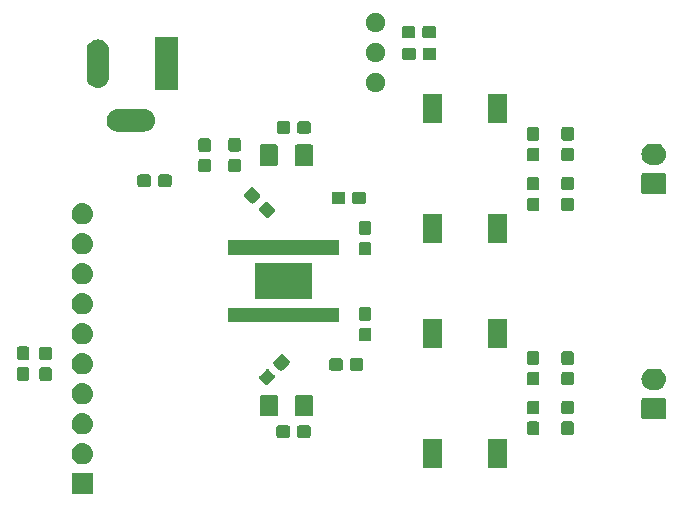
<source format=gbr>
G04 #@! TF.GenerationSoftware,KiCad,Pcbnew,(5.1.4)-1*
G04 #@! TF.CreationDate,2020-10-30T07:47:57-05:00*
G04 #@! TF.ProjectId,TAS5806M_Breakout_Hardware,54415335-3830-4364-9d5f-427265616b6f,rev?*
G04 #@! TF.SameCoordinates,Original*
G04 #@! TF.FileFunction,Soldermask,Top*
G04 #@! TF.FilePolarity,Negative*
%FSLAX46Y46*%
G04 Gerber Fmt 4.6, Leading zero omitted, Abs format (unit mm)*
G04 Created by KiCad (PCBNEW (5.1.4)-1) date 2020-10-30 07:47:57*
%MOMM*%
%LPD*%
G04 APERTURE LIST*
%ADD10C,0.100000*%
G04 APERTURE END LIST*
D10*
G36*
X138061000Y-116471000D02*
G01*
X136259000Y-116471000D01*
X136259000Y-114669000D01*
X138061000Y-114669000D01*
X138061000Y-116471000D01*
X138061000Y-116471000D01*
G37*
G36*
X173096000Y-114281000D02*
G01*
X171494000Y-114281000D01*
X171494000Y-111779000D01*
X173096000Y-111779000D01*
X173096000Y-114281000D01*
X173096000Y-114281000D01*
G37*
G36*
X167596000Y-114281000D02*
G01*
X165994000Y-114281000D01*
X165994000Y-111779000D01*
X167596000Y-111779000D01*
X167596000Y-114281000D01*
X167596000Y-114281000D01*
G37*
G36*
X137270443Y-112135519D02*
G01*
X137336627Y-112142037D01*
X137506466Y-112193557D01*
X137662991Y-112277222D01*
X137698729Y-112306552D01*
X137800186Y-112389814D01*
X137883448Y-112491271D01*
X137912778Y-112527009D01*
X137996443Y-112683534D01*
X138047963Y-112853373D01*
X138065359Y-113030000D01*
X138047963Y-113206627D01*
X137996443Y-113376466D01*
X137912778Y-113532991D01*
X137883448Y-113568729D01*
X137800186Y-113670186D01*
X137698729Y-113753448D01*
X137662991Y-113782778D01*
X137506466Y-113866443D01*
X137336627Y-113917963D01*
X137270443Y-113924481D01*
X137204260Y-113931000D01*
X137115740Y-113931000D01*
X137049557Y-113924481D01*
X136983373Y-113917963D01*
X136813534Y-113866443D01*
X136657009Y-113782778D01*
X136621271Y-113753448D01*
X136519814Y-113670186D01*
X136436552Y-113568729D01*
X136407222Y-113532991D01*
X136323557Y-113376466D01*
X136272037Y-113206627D01*
X136254641Y-113030000D01*
X136272037Y-112853373D01*
X136323557Y-112683534D01*
X136407222Y-112527009D01*
X136436552Y-112491271D01*
X136519814Y-112389814D01*
X136621271Y-112306552D01*
X136657009Y-112277222D01*
X136813534Y-112193557D01*
X136983373Y-112142037D01*
X137049557Y-112135519D01*
X137115740Y-112129000D01*
X137204260Y-112129000D01*
X137270443Y-112135519D01*
X137270443Y-112135519D01*
G37*
G36*
X154582399Y-110641545D02*
G01*
X154619895Y-110652920D01*
X154654454Y-110671392D01*
X154684747Y-110696253D01*
X154709608Y-110726546D01*
X154728080Y-110761105D01*
X154739455Y-110798601D01*
X154743900Y-110843738D01*
X154743900Y-111482462D01*
X154739455Y-111527599D01*
X154728080Y-111565095D01*
X154709608Y-111599654D01*
X154684747Y-111629947D01*
X154654454Y-111654808D01*
X154619895Y-111673280D01*
X154582399Y-111684655D01*
X154537262Y-111689100D01*
X153798538Y-111689100D01*
X153753401Y-111684655D01*
X153715905Y-111673280D01*
X153681346Y-111654808D01*
X153651053Y-111629947D01*
X153626192Y-111599654D01*
X153607720Y-111565095D01*
X153596345Y-111527599D01*
X153591900Y-111482462D01*
X153591900Y-110843738D01*
X153596345Y-110798601D01*
X153607720Y-110761105D01*
X153626192Y-110726546D01*
X153651053Y-110696253D01*
X153681346Y-110671392D01*
X153715905Y-110652920D01*
X153753401Y-110641545D01*
X153798538Y-110637100D01*
X154537262Y-110637100D01*
X154582399Y-110641545D01*
X154582399Y-110641545D01*
G37*
G36*
X156332399Y-110641545D02*
G01*
X156369895Y-110652920D01*
X156404454Y-110671392D01*
X156434747Y-110696253D01*
X156459608Y-110726546D01*
X156478080Y-110761105D01*
X156489455Y-110798601D01*
X156493900Y-110843738D01*
X156493900Y-111482462D01*
X156489455Y-111527599D01*
X156478080Y-111565095D01*
X156459608Y-111599654D01*
X156434747Y-111629947D01*
X156404454Y-111654808D01*
X156369895Y-111673280D01*
X156332399Y-111684655D01*
X156287262Y-111689100D01*
X155548538Y-111689100D01*
X155503401Y-111684655D01*
X155465905Y-111673280D01*
X155431346Y-111654808D01*
X155401053Y-111629947D01*
X155376192Y-111599654D01*
X155357720Y-111565095D01*
X155346345Y-111527599D01*
X155341900Y-111482462D01*
X155341900Y-110843738D01*
X155346345Y-110798601D01*
X155357720Y-110761105D01*
X155376192Y-110726546D01*
X155401053Y-110696253D01*
X155431346Y-110671392D01*
X155465905Y-110652920D01*
X155503401Y-110641545D01*
X155548538Y-110637100D01*
X156287262Y-110637100D01*
X156332399Y-110641545D01*
X156332399Y-110641545D01*
G37*
G36*
X175687999Y-110299445D02*
G01*
X175725495Y-110310820D01*
X175760054Y-110329292D01*
X175790347Y-110354153D01*
X175815208Y-110384446D01*
X175833680Y-110419005D01*
X175845055Y-110456501D01*
X175849500Y-110501638D01*
X175849500Y-111240362D01*
X175845055Y-111285499D01*
X175833680Y-111322995D01*
X175815208Y-111357554D01*
X175790347Y-111387847D01*
X175760054Y-111412708D01*
X175725495Y-111431180D01*
X175687999Y-111442555D01*
X175642862Y-111447000D01*
X175004138Y-111447000D01*
X174959001Y-111442555D01*
X174921505Y-111431180D01*
X174886946Y-111412708D01*
X174856653Y-111387847D01*
X174831792Y-111357554D01*
X174813320Y-111322995D01*
X174801945Y-111285499D01*
X174797500Y-111240362D01*
X174797500Y-110501638D01*
X174801945Y-110456501D01*
X174813320Y-110419005D01*
X174831792Y-110384446D01*
X174856653Y-110354153D01*
X174886946Y-110329292D01*
X174921505Y-110310820D01*
X174959001Y-110299445D01*
X175004138Y-110295000D01*
X175642862Y-110295000D01*
X175687999Y-110299445D01*
X175687999Y-110299445D01*
G37*
G36*
X178608999Y-110299445D02*
G01*
X178646495Y-110310820D01*
X178681054Y-110329292D01*
X178711347Y-110354153D01*
X178736208Y-110384446D01*
X178754680Y-110419005D01*
X178766055Y-110456501D01*
X178770500Y-110501638D01*
X178770500Y-111240362D01*
X178766055Y-111285499D01*
X178754680Y-111322995D01*
X178736208Y-111357554D01*
X178711347Y-111387847D01*
X178681054Y-111412708D01*
X178646495Y-111431180D01*
X178608999Y-111442555D01*
X178563862Y-111447000D01*
X177925138Y-111447000D01*
X177880001Y-111442555D01*
X177842505Y-111431180D01*
X177807946Y-111412708D01*
X177777653Y-111387847D01*
X177752792Y-111357554D01*
X177734320Y-111322995D01*
X177722945Y-111285499D01*
X177718500Y-111240362D01*
X177718500Y-110501638D01*
X177722945Y-110456501D01*
X177734320Y-110419005D01*
X177752792Y-110384446D01*
X177777653Y-110354153D01*
X177807946Y-110329292D01*
X177842505Y-110310820D01*
X177880001Y-110299445D01*
X177925138Y-110295000D01*
X178563862Y-110295000D01*
X178608999Y-110299445D01*
X178608999Y-110299445D01*
G37*
G36*
X137270442Y-109595518D02*
G01*
X137336627Y-109602037D01*
X137506466Y-109653557D01*
X137662991Y-109737222D01*
X137691037Y-109760239D01*
X137800186Y-109849814D01*
X137847690Y-109907699D01*
X137912778Y-109987009D01*
X137912779Y-109987011D01*
X137981677Y-110115908D01*
X137996443Y-110143534D01*
X138047963Y-110313373D01*
X138065359Y-110490000D01*
X138047963Y-110666627D01*
X137996443Y-110836466D01*
X137912778Y-110992991D01*
X137883448Y-111028729D01*
X137800186Y-111130186D01*
X137734612Y-111184000D01*
X137662991Y-111242778D01*
X137506466Y-111326443D01*
X137336627Y-111377963D01*
X137270443Y-111384481D01*
X137204260Y-111391000D01*
X137115740Y-111391000D01*
X137049557Y-111384481D01*
X136983373Y-111377963D01*
X136813534Y-111326443D01*
X136657009Y-111242778D01*
X136585388Y-111184000D01*
X136519814Y-111130186D01*
X136436552Y-111028729D01*
X136407222Y-110992991D01*
X136323557Y-110836466D01*
X136272037Y-110666627D01*
X136254641Y-110490000D01*
X136272037Y-110313373D01*
X136323557Y-110143534D01*
X136338324Y-110115908D01*
X136407221Y-109987011D01*
X136407222Y-109987009D01*
X136472310Y-109907699D01*
X136519814Y-109849814D01*
X136628963Y-109760239D01*
X136657009Y-109737222D01*
X136813534Y-109653557D01*
X136983373Y-109602037D01*
X137049558Y-109595518D01*
X137115740Y-109589000D01*
X137204260Y-109589000D01*
X137270442Y-109595518D01*
X137270442Y-109595518D01*
G37*
G36*
X186455600Y-108322989D02*
G01*
X186488652Y-108333015D01*
X186519103Y-108349292D01*
X186545799Y-108371201D01*
X186567708Y-108397897D01*
X186583985Y-108428348D01*
X186594011Y-108461400D01*
X186598000Y-108501903D01*
X186598000Y-109938097D01*
X186594011Y-109978600D01*
X186583985Y-110011652D01*
X186567708Y-110042103D01*
X186545799Y-110068799D01*
X186519103Y-110090708D01*
X186488652Y-110106985D01*
X186455600Y-110117011D01*
X186415097Y-110121000D01*
X184678903Y-110121000D01*
X184638400Y-110117011D01*
X184605348Y-110106985D01*
X184574897Y-110090708D01*
X184548201Y-110068799D01*
X184526292Y-110042103D01*
X184510015Y-110011652D01*
X184499989Y-109978600D01*
X184496000Y-109938097D01*
X184496000Y-108501903D01*
X184499989Y-108461400D01*
X184510015Y-108428348D01*
X184526292Y-108397897D01*
X184548201Y-108371201D01*
X184574897Y-108349292D01*
X184605348Y-108333015D01*
X184638400Y-108322989D01*
X184678903Y-108319000D01*
X186415097Y-108319000D01*
X186455600Y-108322989D01*
X186455600Y-108322989D01*
G37*
G36*
X153568662Y-108031481D02*
G01*
X153603581Y-108042074D01*
X153635763Y-108059276D01*
X153663973Y-108082427D01*
X153687124Y-108110637D01*
X153704326Y-108142819D01*
X153714919Y-108177738D01*
X153719100Y-108220195D01*
X153719100Y-109686405D01*
X153714919Y-109728862D01*
X153704326Y-109763781D01*
X153687124Y-109795963D01*
X153663973Y-109824173D01*
X153635763Y-109847324D01*
X153603581Y-109864526D01*
X153568662Y-109875119D01*
X153526205Y-109879300D01*
X152384995Y-109879300D01*
X152342538Y-109875119D01*
X152307619Y-109864526D01*
X152275437Y-109847324D01*
X152247227Y-109824173D01*
X152224076Y-109795963D01*
X152206874Y-109763781D01*
X152196281Y-109728862D01*
X152192100Y-109686405D01*
X152192100Y-108220195D01*
X152196281Y-108177738D01*
X152206874Y-108142819D01*
X152224076Y-108110637D01*
X152247227Y-108082427D01*
X152275437Y-108059276D01*
X152307619Y-108042074D01*
X152342538Y-108031481D01*
X152384995Y-108027300D01*
X153526205Y-108027300D01*
X153568662Y-108031481D01*
X153568662Y-108031481D01*
G37*
G36*
X156543662Y-108031481D02*
G01*
X156578581Y-108042074D01*
X156610763Y-108059276D01*
X156638973Y-108082427D01*
X156662124Y-108110637D01*
X156679326Y-108142819D01*
X156689919Y-108177738D01*
X156694100Y-108220195D01*
X156694100Y-109686405D01*
X156689919Y-109728862D01*
X156679326Y-109763781D01*
X156662124Y-109795963D01*
X156638973Y-109824173D01*
X156610763Y-109847324D01*
X156578581Y-109864526D01*
X156543662Y-109875119D01*
X156501205Y-109879300D01*
X155359995Y-109879300D01*
X155317538Y-109875119D01*
X155282619Y-109864526D01*
X155250437Y-109847324D01*
X155222227Y-109824173D01*
X155199076Y-109795963D01*
X155181874Y-109763781D01*
X155171281Y-109728862D01*
X155167100Y-109686405D01*
X155167100Y-108220195D01*
X155171281Y-108177738D01*
X155181874Y-108142819D01*
X155199076Y-108110637D01*
X155222227Y-108082427D01*
X155250437Y-108059276D01*
X155282619Y-108042074D01*
X155317538Y-108031481D01*
X155359995Y-108027300D01*
X156501205Y-108027300D01*
X156543662Y-108031481D01*
X156543662Y-108031481D01*
G37*
G36*
X175687999Y-108549445D02*
G01*
X175725495Y-108560820D01*
X175760054Y-108579292D01*
X175790347Y-108604153D01*
X175815208Y-108634446D01*
X175833680Y-108669005D01*
X175845055Y-108706501D01*
X175849500Y-108751638D01*
X175849500Y-109490362D01*
X175845055Y-109535499D01*
X175833680Y-109572995D01*
X175815208Y-109607554D01*
X175790347Y-109637847D01*
X175760054Y-109662708D01*
X175725495Y-109681180D01*
X175687999Y-109692555D01*
X175642862Y-109697000D01*
X175004138Y-109697000D01*
X174959001Y-109692555D01*
X174921505Y-109681180D01*
X174886946Y-109662708D01*
X174856653Y-109637847D01*
X174831792Y-109607554D01*
X174813320Y-109572995D01*
X174801945Y-109535499D01*
X174797500Y-109490362D01*
X174797500Y-108751638D01*
X174801945Y-108706501D01*
X174813320Y-108669005D01*
X174831792Y-108634446D01*
X174856653Y-108604153D01*
X174886946Y-108579292D01*
X174921505Y-108560820D01*
X174959001Y-108549445D01*
X175004138Y-108545000D01*
X175642862Y-108545000D01*
X175687999Y-108549445D01*
X175687999Y-108549445D01*
G37*
G36*
X178608999Y-108549445D02*
G01*
X178646495Y-108560820D01*
X178681054Y-108579292D01*
X178711347Y-108604153D01*
X178736208Y-108634446D01*
X178754680Y-108669005D01*
X178766055Y-108706501D01*
X178770500Y-108751638D01*
X178770500Y-109490362D01*
X178766055Y-109535499D01*
X178754680Y-109572995D01*
X178736208Y-109607554D01*
X178711347Y-109637847D01*
X178681054Y-109662708D01*
X178646495Y-109681180D01*
X178608999Y-109692555D01*
X178563862Y-109697000D01*
X177925138Y-109697000D01*
X177880001Y-109692555D01*
X177842505Y-109681180D01*
X177807946Y-109662708D01*
X177777653Y-109637847D01*
X177752792Y-109607554D01*
X177734320Y-109572995D01*
X177722945Y-109535499D01*
X177718500Y-109490362D01*
X177718500Y-108751638D01*
X177722945Y-108706501D01*
X177734320Y-108669005D01*
X177752792Y-108634446D01*
X177777653Y-108604153D01*
X177807946Y-108579292D01*
X177842505Y-108560820D01*
X177880001Y-108549445D01*
X177925138Y-108545000D01*
X178563862Y-108545000D01*
X178608999Y-108549445D01*
X178608999Y-108549445D01*
G37*
G36*
X137270442Y-107055518D02*
G01*
X137336627Y-107062037D01*
X137506466Y-107113557D01*
X137662991Y-107197222D01*
X137674920Y-107207012D01*
X137800186Y-107309814D01*
X137883448Y-107411271D01*
X137912778Y-107447009D01*
X137996443Y-107603534D01*
X138047963Y-107773373D01*
X138065359Y-107950000D01*
X138047963Y-108126627D01*
X137996443Y-108296466D01*
X137996442Y-108296468D01*
X137976907Y-108333015D01*
X137912778Y-108452991D01*
X137888487Y-108482589D01*
X137800186Y-108590186D01*
X137712819Y-108661885D01*
X137662991Y-108702778D01*
X137506466Y-108786443D01*
X137336627Y-108837963D01*
X137270442Y-108844482D01*
X137204260Y-108851000D01*
X137115740Y-108851000D01*
X137049558Y-108844482D01*
X136983373Y-108837963D01*
X136813534Y-108786443D01*
X136657009Y-108702778D01*
X136607181Y-108661885D01*
X136519814Y-108590186D01*
X136431513Y-108482589D01*
X136407222Y-108452991D01*
X136343093Y-108333015D01*
X136323558Y-108296468D01*
X136323557Y-108296466D01*
X136272037Y-108126627D01*
X136254641Y-107950000D01*
X136272037Y-107773373D01*
X136323557Y-107603534D01*
X136407222Y-107447009D01*
X136436552Y-107411271D01*
X136519814Y-107309814D01*
X136645080Y-107207012D01*
X136657009Y-107197222D01*
X136813534Y-107113557D01*
X136983373Y-107062037D01*
X137049558Y-107055518D01*
X137115740Y-107049000D01*
X137204260Y-107049000D01*
X137270442Y-107055518D01*
X137270442Y-107055518D01*
G37*
G36*
X185807443Y-105825519D02*
G01*
X185873627Y-105832037D01*
X186043466Y-105883557D01*
X186199991Y-105967222D01*
X186233905Y-105995055D01*
X186337186Y-106079814D01*
X186408762Y-106167031D01*
X186449778Y-106217009D01*
X186468670Y-106252354D01*
X186529951Y-106367000D01*
X186533443Y-106373534D01*
X186584963Y-106543373D01*
X186602359Y-106720000D01*
X186584963Y-106896627D01*
X186533443Y-107066466D01*
X186449778Y-107222991D01*
X186426835Y-107250947D01*
X186337186Y-107360186D01*
X186235729Y-107443448D01*
X186199991Y-107472778D01*
X186043466Y-107556443D01*
X185873627Y-107607963D01*
X185807443Y-107614481D01*
X185741260Y-107621000D01*
X185352740Y-107621000D01*
X185286557Y-107614481D01*
X185220373Y-107607963D01*
X185050534Y-107556443D01*
X184894009Y-107472778D01*
X184858271Y-107443448D01*
X184756814Y-107360186D01*
X184667165Y-107250947D01*
X184644222Y-107222991D01*
X184560557Y-107066466D01*
X184509037Y-106896627D01*
X184491641Y-106720000D01*
X184509037Y-106543373D01*
X184560557Y-106373534D01*
X184564050Y-106367000D01*
X184625330Y-106252354D01*
X184644222Y-106217009D01*
X184685238Y-106167031D01*
X184756814Y-106079814D01*
X184860095Y-105995055D01*
X184894009Y-105967222D01*
X185050534Y-105883557D01*
X185220373Y-105832037D01*
X185286557Y-105825519D01*
X185352740Y-105819000D01*
X185741260Y-105819000D01*
X185807443Y-105825519D01*
X185807443Y-105825519D01*
G37*
G36*
X178608999Y-106108445D02*
G01*
X178646495Y-106119820D01*
X178681054Y-106138292D01*
X178711347Y-106163153D01*
X178736208Y-106193446D01*
X178754680Y-106228005D01*
X178766055Y-106265501D01*
X178770500Y-106310638D01*
X178770500Y-107049362D01*
X178766055Y-107094499D01*
X178754680Y-107131995D01*
X178736208Y-107166554D01*
X178711347Y-107196847D01*
X178681054Y-107221708D01*
X178646495Y-107240180D01*
X178608999Y-107251555D01*
X178563862Y-107256000D01*
X177925138Y-107256000D01*
X177880001Y-107251555D01*
X177842505Y-107240180D01*
X177807946Y-107221708D01*
X177777653Y-107196847D01*
X177752792Y-107166554D01*
X177734320Y-107131995D01*
X177722945Y-107094499D01*
X177718500Y-107049362D01*
X177718500Y-106310638D01*
X177722945Y-106265501D01*
X177734320Y-106228005D01*
X177752792Y-106193446D01*
X177777653Y-106163153D01*
X177807946Y-106138292D01*
X177842505Y-106119820D01*
X177880001Y-106108445D01*
X177925138Y-106104000D01*
X178563862Y-106104000D01*
X178608999Y-106108445D01*
X178608999Y-106108445D01*
G37*
G36*
X175687999Y-106094445D02*
G01*
X175725495Y-106105820D01*
X175760054Y-106124292D01*
X175790347Y-106149153D01*
X175815208Y-106179446D01*
X175833680Y-106214005D01*
X175845055Y-106251501D01*
X175849500Y-106296638D01*
X175849500Y-107035362D01*
X175845055Y-107080499D01*
X175833680Y-107117995D01*
X175815208Y-107152554D01*
X175790347Y-107182847D01*
X175760054Y-107207708D01*
X175725495Y-107226180D01*
X175687999Y-107237555D01*
X175642862Y-107242000D01*
X175004138Y-107242000D01*
X174959001Y-107237555D01*
X174921505Y-107226180D01*
X174886946Y-107207708D01*
X174856653Y-107182847D01*
X174831792Y-107152554D01*
X174813320Y-107117995D01*
X174801945Y-107080499D01*
X174797500Y-107035362D01*
X174797500Y-106296638D01*
X174801945Y-106251501D01*
X174813320Y-106214005D01*
X174831792Y-106179446D01*
X174856653Y-106149153D01*
X174886946Y-106124292D01*
X174921505Y-106105820D01*
X174959001Y-106094445D01*
X175004138Y-106090000D01*
X175642862Y-106090000D01*
X175687999Y-106094445D01*
X175687999Y-106094445D01*
G37*
G36*
X152871636Y-105844981D02*
G01*
X152909132Y-105856356D01*
X152943691Y-105874828D01*
X152978755Y-105903604D01*
X153430396Y-106355245D01*
X153459172Y-106390309D01*
X153477644Y-106424868D01*
X153489019Y-106462364D01*
X153492859Y-106501363D01*
X153489019Y-106540362D01*
X153477644Y-106577858D01*
X153459172Y-106612417D01*
X153430396Y-106647481D01*
X152908045Y-107169832D01*
X152872981Y-107198608D01*
X152838422Y-107217080D01*
X152800926Y-107228455D01*
X152761927Y-107232295D01*
X152722928Y-107228455D01*
X152685432Y-107217080D01*
X152650873Y-107198608D01*
X152615809Y-107169832D01*
X152164168Y-106718191D01*
X152135392Y-106683127D01*
X152116920Y-106648568D01*
X152105545Y-106611072D01*
X152101705Y-106572073D01*
X152105545Y-106533074D01*
X152116920Y-106495578D01*
X152135392Y-106461019D01*
X152164168Y-106425955D01*
X152686519Y-105903604D01*
X152721583Y-105874828D01*
X152756142Y-105856356D01*
X152793638Y-105844981D01*
X152832637Y-105841141D01*
X152871636Y-105844981D01*
X152871636Y-105844981D01*
G37*
G36*
X134412999Y-105713445D02*
G01*
X134450495Y-105724820D01*
X134485054Y-105743292D01*
X134515347Y-105768153D01*
X134540208Y-105798446D01*
X134558680Y-105833005D01*
X134570055Y-105870501D01*
X134574500Y-105915638D01*
X134574500Y-106654362D01*
X134570055Y-106699499D01*
X134558680Y-106736995D01*
X134540208Y-106771554D01*
X134515347Y-106801847D01*
X134485054Y-106826708D01*
X134450495Y-106845180D01*
X134412999Y-106856555D01*
X134367862Y-106861000D01*
X133729138Y-106861000D01*
X133684001Y-106856555D01*
X133646505Y-106845180D01*
X133611946Y-106826708D01*
X133581653Y-106801847D01*
X133556792Y-106771554D01*
X133538320Y-106736995D01*
X133526945Y-106699499D01*
X133522500Y-106654362D01*
X133522500Y-105915638D01*
X133526945Y-105870501D01*
X133538320Y-105833005D01*
X133556792Y-105798446D01*
X133581653Y-105768153D01*
X133611946Y-105743292D01*
X133646505Y-105724820D01*
X133684001Y-105713445D01*
X133729138Y-105709000D01*
X134367862Y-105709000D01*
X134412999Y-105713445D01*
X134412999Y-105713445D01*
G37*
G36*
X132507999Y-105699445D02*
G01*
X132545495Y-105710820D01*
X132580054Y-105729292D01*
X132610347Y-105754153D01*
X132635208Y-105784446D01*
X132653680Y-105819005D01*
X132665055Y-105856501D01*
X132669500Y-105901638D01*
X132669500Y-106640362D01*
X132665055Y-106685499D01*
X132653680Y-106722995D01*
X132635208Y-106757554D01*
X132610347Y-106787847D01*
X132580054Y-106812708D01*
X132545495Y-106831180D01*
X132507999Y-106842555D01*
X132462862Y-106847000D01*
X131824138Y-106847000D01*
X131779001Y-106842555D01*
X131741505Y-106831180D01*
X131706946Y-106812708D01*
X131676653Y-106787847D01*
X131651792Y-106757554D01*
X131633320Y-106722995D01*
X131621945Y-106685499D01*
X131617500Y-106640362D01*
X131617500Y-105901638D01*
X131621945Y-105856501D01*
X131633320Y-105819005D01*
X131651792Y-105784446D01*
X131676653Y-105754153D01*
X131706946Y-105729292D01*
X131741505Y-105710820D01*
X131779001Y-105699445D01*
X131824138Y-105695000D01*
X132462862Y-105695000D01*
X132507999Y-105699445D01*
X132507999Y-105699445D01*
G37*
G36*
X137270265Y-104515501D02*
G01*
X137336627Y-104522037D01*
X137506466Y-104573557D01*
X137662991Y-104657222D01*
X137682595Y-104673311D01*
X137800186Y-104769814D01*
X137883448Y-104871271D01*
X137912778Y-104907009D01*
X137912779Y-104907011D01*
X137996002Y-105062708D01*
X137996443Y-105063534D01*
X138047963Y-105233373D01*
X138065359Y-105410000D01*
X138047963Y-105586627D01*
X137996443Y-105756466D01*
X137912778Y-105912991D01*
X137890327Y-105940347D01*
X137800186Y-106050186D01*
X137709886Y-106124292D01*
X137662991Y-106162778D01*
X137506466Y-106246443D01*
X137336627Y-106297963D01*
X137298775Y-106301691D01*
X137204260Y-106311000D01*
X137115740Y-106311000D01*
X137021225Y-106301691D01*
X136983373Y-106297963D01*
X136813534Y-106246443D01*
X136657009Y-106162778D01*
X136610114Y-106124292D01*
X136519814Y-106050186D01*
X136429673Y-105940347D01*
X136407222Y-105912991D01*
X136323557Y-105756466D01*
X136272037Y-105586627D01*
X136254641Y-105410000D01*
X136272037Y-105233373D01*
X136323557Y-105063534D01*
X136323999Y-105062708D01*
X136407221Y-104907011D01*
X136407222Y-104907009D01*
X136436552Y-104871271D01*
X136519814Y-104769814D01*
X136637405Y-104673311D01*
X136657009Y-104657222D01*
X136813534Y-104573557D01*
X136983373Y-104522037D01*
X137049735Y-104515501D01*
X137115740Y-104509000D01*
X137204260Y-104509000D01*
X137270265Y-104515501D01*
X137270265Y-104515501D01*
G37*
G36*
X159051499Y-104951945D02*
G01*
X159088995Y-104963320D01*
X159123554Y-104981792D01*
X159153847Y-105006653D01*
X159178708Y-105036946D01*
X159197180Y-105071505D01*
X159208555Y-105109001D01*
X159213000Y-105154138D01*
X159213000Y-105792862D01*
X159208555Y-105837999D01*
X159197180Y-105875495D01*
X159178708Y-105910054D01*
X159153847Y-105940347D01*
X159123554Y-105965208D01*
X159088995Y-105983680D01*
X159051499Y-105995055D01*
X159006362Y-105999500D01*
X158267638Y-105999500D01*
X158222501Y-105995055D01*
X158185005Y-105983680D01*
X158150446Y-105965208D01*
X158120153Y-105940347D01*
X158095292Y-105910054D01*
X158076820Y-105875495D01*
X158065445Y-105837999D01*
X158061000Y-105792862D01*
X158061000Y-105154138D01*
X158065445Y-105109001D01*
X158076820Y-105071505D01*
X158095292Y-105036946D01*
X158120153Y-105006653D01*
X158150446Y-104981792D01*
X158185005Y-104963320D01*
X158222501Y-104951945D01*
X158267638Y-104947500D01*
X159006362Y-104947500D01*
X159051499Y-104951945D01*
X159051499Y-104951945D01*
G37*
G36*
X160801499Y-104951945D02*
G01*
X160838995Y-104963320D01*
X160873554Y-104981792D01*
X160903847Y-105006653D01*
X160928708Y-105036946D01*
X160947180Y-105071505D01*
X160958555Y-105109001D01*
X160963000Y-105154138D01*
X160963000Y-105792862D01*
X160958555Y-105837999D01*
X160947180Y-105875495D01*
X160928708Y-105910054D01*
X160903847Y-105940347D01*
X160873554Y-105965208D01*
X160838995Y-105983680D01*
X160801499Y-105995055D01*
X160756362Y-105999500D01*
X160017638Y-105999500D01*
X159972501Y-105995055D01*
X159935005Y-105983680D01*
X159900446Y-105965208D01*
X159870153Y-105940347D01*
X159845292Y-105910054D01*
X159826820Y-105875495D01*
X159815445Y-105837999D01*
X159811000Y-105792862D01*
X159811000Y-105154138D01*
X159815445Y-105109001D01*
X159826820Y-105071505D01*
X159845292Y-105036946D01*
X159870153Y-105006653D01*
X159900446Y-104981792D01*
X159935005Y-104963320D01*
X159972501Y-104951945D01*
X160017638Y-104947500D01*
X160756362Y-104947500D01*
X160801499Y-104951945D01*
X160801499Y-104951945D01*
G37*
G36*
X154109072Y-104607545D02*
G01*
X154146568Y-104618920D01*
X154181127Y-104637392D01*
X154216191Y-104666168D01*
X154667832Y-105117809D01*
X154696608Y-105152873D01*
X154715080Y-105187432D01*
X154726455Y-105224928D01*
X154730295Y-105263927D01*
X154726455Y-105302926D01*
X154715080Y-105340422D01*
X154696608Y-105374981D01*
X154667832Y-105410045D01*
X154145481Y-105932396D01*
X154110417Y-105961172D01*
X154075858Y-105979644D01*
X154038362Y-105991019D01*
X153999363Y-105994859D01*
X153960364Y-105991019D01*
X153922868Y-105979644D01*
X153888309Y-105961172D01*
X153853245Y-105932396D01*
X153401604Y-105480755D01*
X153372828Y-105445691D01*
X153354356Y-105411132D01*
X153342981Y-105373636D01*
X153339141Y-105334637D01*
X153342981Y-105295638D01*
X153354356Y-105258142D01*
X153372828Y-105223583D01*
X153401604Y-105188519D01*
X153923955Y-104666168D01*
X153959019Y-104637392D01*
X153993578Y-104618920D01*
X154031074Y-104607545D01*
X154070073Y-104603705D01*
X154109072Y-104607545D01*
X154109072Y-104607545D01*
G37*
G36*
X178608999Y-104358445D02*
G01*
X178646495Y-104369820D01*
X178681054Y-104388292D01*
X178711347Y-104413153D01*
X178736208Y-104443446D01*
X178754680Y-104478005D01*
X178766055Y-104515501D01*
X178770500Y-104560638D01*
X178770500Y-105299362D01*
X178766055Y-105344499D01*
X178754680Y-105381995D01*
X178736208Y-105416554D01*
X178711347Y-105446847D01*
X178681054Y-105471708D01*
X178646495Y-105490180D01*
X178608999Y-105501555D01*
X178563862Y-105506000D01*
X177925138Y-105506000D01*
X177880001Y-105501555D01*
X177842505Y-105490180D01*
X177807946Y-105471708D01*
X177777653Y-105446847D01*
X177752792Y-105416554D01*
X177734320Y-105381995D01*
X177722945Y-105344499D01*
X177718500Y-105299362D01*
X177718500Y-104560638D01*
X177722945Y-104515501D01*
X177734320Y-104478005D01*
X177752792Y-104443446D01*
X177777653Y-104413153D01*
X177807946Y-104388292D01*
X177842505Y-104369820D01*
X177880001Y-104358445D01*
X177925138Y-104354000D01*
X178563862Y-104354000D01*
X178608999Y-104358445D01*
X178608999Y-104358445D01*
G37*
G36*
X175687999Y-104344445D02*
G01*
X175725495Y-104355820D01*
X175760054Y-104374292D01*
X175790347Y-104399153D01*
X175815208Y-104429446D01*
X175833680Y-104464005D01*
X175845055Y-104501501D01*
X175849500Y-104546638D01*
X175849500Y-105285362D01*
X175845055Y-105330499D01*
X175833680Y-105367995D01*
X175815208Y-105402554D01*
X175790347Y-105432847D01*
X175760054Y-105457708D01*
X175725495Y-105476180D01*
X175687999Y-105487555D01*
X175642862Y-105492000D01*
X175004138Y-105492000D01*
X174959001Y-105487555D01*
X174921505Y-105476180D01*
X174886946Y-105457708D01*
X174856653Y-105432847D01*
X174831792Y-105402554D01*
X174813320Y-105367995D01*
X174801945Y-105330499D01*
X174797500Y-105285362D01*
X174797500Y-104546638D01*
X174801945Y-104501501D01*
X174813320Y-104464005D01*
X174831792Y-104429446D01*
X174856653Y-104399153D01*
X174886946Y-104374292D01*
X174921505Y-104355820D01*
X174959001Y-104344445D01*
X175004138Y-104340000D01*
X175642862Y-104340000D01*
X175687999Y-104344445D01*
X175687999Y-104344445D01*
G37*
G36*
X134412999Y-103963445D02*
G01*
X134450495Y-103974820D01*
X134485054Y-103993292D01*
X134515347Y-104018153D01*
X134540208Y-104048446D01*
X134558680Y-104083005D01*
X134570055Y-104120501D01*
X134574500Y-104165638D01*
X134574500Y-104904362D01*
X134570055Y-104949499D01*
X134558680Y-104986995D01*
X134540208Y-105021554D01*
X134515347Y-105051847D01*
X134485054Y-105076708D01*
X134450495Y-105095180D01*
X134412999Y-105106555D01*
X134367862Y-105111000D01*
X133729138Y-105111000D01*
X133684001Y-105106555D01*
X133646505Y-105095180D01*
X133611946Y-105076708D01*
X133581653Y-105051847D01*
X133556792Y-105021554D01*
X133538320Y-104986995D01*
X133526945Y-104949499D01*
X133522500Y-104904362D01*
X133522500Y-104165638D01*
X133526945Y-104120501D01*
X133538320Y-104083005D01*
X133556792Y-104048446D01*
X133581653Y-104018153D01*
X133611946Y-103993292D01*
X133646505Y-103974820D01*
X133684001Y-103963445D01*
X133729138Y-103959000D01*
X134367862Y-103959000D01*
X134412999Y-103963445D01*
X134412999Y-103963445D01*
G37*
G36*
X132507999Y-103949445D02*
G01*
X132545495Y-103960820D01*
X132580054Y-103979292D01*
X132610347Y-104004153D01*
X132635208Y-104034446D01*
X132653680Y-104069005D01*
X132665055Y-104106501D01*
X132669500Y-104151638D01*
X132669500Y-104890362D01*
X132665055Y-104935499D01*
X132653680Y-104972995D01*
X132635208Y-105007554D01*
X132610347Y-105037847D01*
X132580054Y-105062708D01*
X132545495Y-105081180D01*
X132507999Y-105092555D01*
X132462862Y-105097000D01*
X131824138Y-105097000D01*
X131779001Y-105092555D01*
X131741505Y-105081180D01*
X131706946Y-105062708D01*
X131676653Y-105037847D01*
X131651792Y-105007554D01*
X131633320Y-104972995D01*
X131621945Y-104935499D01*
X131617500Y-104890362D01*
X131617500Y-104151638D01*
X131621945Y-104106501D01*
X131633320Y-104069005D01*
X131651792Y-104034446D01*
X131676653Y-104004153D01*
X131706946Y-103979292D01*
X131741505Y-103960820D01*
X131779001Y-103949445D01*
X131824138Y-103945000D01*
X132462862Y-103945000D01*
X132507999Y-103949445D01*
X132507999Y-103949445D01*
G37*
G36*
X167596000Y-104121000D02*
G01*
X165994000Y-104121000D01*
X165994000Y-101619000D01*
X167596000Y-101619000D01*
X167596000Y-104121000D01*
X167596000Y-104121000D01*
G37*
G36*
X173096000Y-104121000D02*
G01*
X171494000Y-104121000D01*
X171494000Y-101619000D01*
X173096000Y-101619000D01*
X173096000Y-104121000D01*
X173096000Y-104121000D01*
G37*
G36*
X137270442Y-101975518D02*
G01*
X137336627Y-101982037D01*
X137506466Y-102033557D01*
X137662991Y-102117222D01*
X137698729Y-102146552D01*
X137800186Y-102229814D01*
X137883448Y-102331271D01*
X137912778Y-102367009D01*
X137996443Y-102523534D01*
X138047963Y-102693373D01*
X138065359Y-102870000D01*
X138047963Y-103046627D01*
X137996443Y-103216466D01*
X137912778Y-103372991D01*
X137902516Y-103385495D01*
X137800186Y-103510186D01*
X137698729Y-103593448D01*
X137662991Y-103622778D01*
X137506466Y-103706443D01*
X137336627Y-103757963D01*
X137270443Y-103764481D01*
X137204260Y-103771000D01*
X137115740Y-103771000D01*
X137049557Y-103764481D01*
X136983373Y-103757963D01*
X136813534Y-103706443D01*
X136657009Y-103622778D01*
X136621271Y-103593448D01*
X136519814Y-103510186D01*
X136417484Y-103385495D01*
X136407222Y-103372991D01*
X136323557Y-103216466D01*
X136272037Y-103046627D01*
X136254641Y-102870000D01*
X136272037Y-102693373D01*
X136323557Y-102523534D01*
X136407222Y-102367009D01*
X136436552Y-102331271D01*
X136519814Y-102229814D01*
X136621271Y-102146552D01*
X136657009Y-102117222D01*
X136813534Y-102033557D01*
X136983373Y-101982037D01*
X137049558Y-101975518D01*
X137115740Y-101969000D01*
X137204260Y-101969000D01*
X137270442Y-101975518D01*
X137270442Y-101975518D01*
G37*
G36*
X161463999Y-102361945D02*
G01*
X161501495Y-102373320D01*
X161536054Y-102391792D01*
X161566347Y-102416653D01*
X161591208Y-102446946D01*
X161609680Y-102481505D01*
X161621055Y-102519001D01*
X161625500Y-102564138D01*
X161625500Y-103302862D01*
X161621055Y-103347999D01*
X161609680Y-103385495D01*
X161591208Y-103420054D01*
X161566347Y-103450347D01*
X161536054Y-103475208D01*
X161501495Y-103493680D01*
X161463999Y-103505055D01*
X161418862Y-103509500D01*
X160780138Y-103509500D01*
X160735001Y-103505055D01*
X160697505Y-103493680D01*
X160662946Y-103475208D01*
X160632653Y-103450347D01*
X160607792Y-103420054D01*
X160589320Y-103385495D01*
X160577945Y-103347999D01*
X160573500Y-103302862D01*
X160573500Y-102564138D01*
X160577945Y-102519001D01*
X160589320Y-102481505D01*
X160607792Y-102446946D01*
X160632653Y-102416653D01*
X160662946Y-102391792D01*
X160697505Y-102373320D01*
X160735001Y-102361945D01*
X160780138Y-102357500D01*
X161418862Y-102357500D01*
X161463999Y-102361945D01*
X161463999Y-102361945D01*
G37*
G36*
X158871500Y-101876000D02*
G01*
X149484500Y-101876000D01*
X149484500Y-100674000D01*
X158871500Y-100674000D01*
X158871500Y-101876000D01*
X158871500Y-101876000D01*
G37*
G36*
X161463999Y-100611945D02*
G01*
X161501495Y-100623320D01*
X161536054Y-100641792D01*
X161566347Y-100666653D01*
X161591208Y-100696946D01*
X161609680Y-100731505D01*
X161621055Y-100769001D01*
X161625500Y-100814138D01*
X161625500Y-101552862D01*
X161621055Y-101597999D01*
X161609680Y-101635495D01*
X161591208Y-101670054D01*
X161566347Y-101700347D01*
X161536054Y-101725208D01*
X161501495Y-101743680D01*
X161463999Y-101755055D01*
X161418862Y-101759500D01*
X160780138Y-101759500D01*
X160735001Y-101755055D01*
X160697505Y-101743680D01*
X160662946Y-101725208D01*
X160632653Y-101700347D01*
X160607792Y-101670054D01*
X160589320Y-101635495D01*
X160577945Y-101597999D01*
X160573500Y-101552862D01*
X160573500Y-100814138D01*
X160577945Y-100769001D01*
X160589320Y-100731505D01*
X160607792Y-100696946D01*
X160632653Y-100666653D01*
X160662946Y-100641792D01*
X160697505Y-100623320D01*
X160735001Y-100611945D01*
X160780138Y-100607500D01*
X161418862Y-100607500D01*
X161463999Y-100611945D01*
X161463999Y-100611945D01*
G37*
G36*
X137270443Y-99435519D02*
G01*
X137336627Y-99442037D01*
X137506466Y-99493557D01*
X137662991Y-99577222D01*
X137698729Y-99606552D01*
X137800186Y-99689814D01*
X137883448Y-99791271D01*
X137912778Y-99827009D01*
X137996443Y-99983534D01*
X138047963Y-100153373D01*
X138065359Y-100330000D01*
X138047963Y-100506627D01*
X137996443Y-100676466D01*
X137912778Y-100832991D01*
X137883448Y-100868729D01*
X137800186Y-100970186D01*
X137698729Y-101053448D01*
X137662991Y-101082778D01*
X137506466Y-101166443D01*
X137336627Y-101217963D01*
X137270443Y-101224481D01*
X137204260Y-101231000D01*
X137115740Y-101231000D01*
X137049558Y-101224482D01*
X136983373Y-101217963D01*
X136813534Y-101166443D01*
X136657009Y-101082778D01*
X136621271Y-101053448D01*
X136519814Y-100970186D01*
X136436552Y-100868729D01*
X136407222Y-100832991D01*
X136323557Y-100676466D01*
X136272037Y-100506627D01*
X136254641Y-100330000D01*
X136272037Y-100153373D01*
X136323557Y-99983534D01*
X136407222Y-99827009D01*
X136436552Y-99791271D01*
X136519814Y-99689814D01*
X136621271Y-99606552D01*
X136657009Y-99577222D01*
X136813534Y-99493557D01*
X136983373Y-99442037D01*
X137049558Y-99435518D01*
X137115740Y-99429000D01*
X137204260Y-99429000D01*
X137270443Y-99435519D01*
X137270443Y-99435519D01*
G37*
G36*
X156579000Y-99926000D02*
G01*
X151777000Y-99926000D01*
X151777000Y-96924000D01*
X156579000Y-96924000D01*
X156579000Y-99926000D01*
X156579000Y-99926000D01*
G37*
G36*
X137270442Y-96895518D02*
G01*
X137336627Y-96902037D01*
X137506466Y-96953557D01*
X137662991Y-97037222D01*
X137698729Y-97066552D01*
X137800186Y-97149814D01*
X137883448Y-97251271D01*
X137912778Y-97287009D01*
X137996443Y-97443534D01*
X138047963Y-97613373D01*
X138065359Y-97790000D01*
X138047963Y-97966627D01*
X137996443Y-98136466D01*
X137912778Y-98292991D01*
X137883448Y-98328729D01*
X137800186Y-98430186D01*
X137698729Y-98513448D01*
X137662991Y-98542778D01*
X137506466Y-98626443D01*
X137336627Y-98677963D01*
X137270442Y-98684482D01*
X137204260Y-98691000D01*
X137115740Y-98691000D01*
X137049558Y-98684482D01*
X136983373Y-98677963D01*
X136813534Y-98626443D01*
X136657009Y-98542778D01*
X136621271Y-98513448D01*
X136519814Y-98430186D01*
X136436552Y-98328729D01*
X136407222Y-98292991D01*
X136323557Y-98136466D01*
X136272037Y-97966627D01*
X136254641Y-97790000D01*
X136272037Y-97613373D01*
X136323557Y-97443534D01*
X136407222Y-97287009D01*
X136436552Y-97251271D01*
X136519814Y-97149814D01*
X136621271Y-97066552D01*
X136657009Y-97037222D01*
X136813534Y-96953557D01*
X136983373Y-96902037D01*
X137049558Y-96895518D01*
X137115740Y-96889000D01*
X137204260Y-96889000D01*
X137270442Y-96895518D01*
X137270442Y-96895518D01*
G37*
G36*
X161463999Y-95094945D02*
G01*
X161501495Y-95106320D01*
X161536054Y-95124792D01*
X161566347Y-95149653D01*
X161591208Y-95179946D01*
X161609680Y-95214505D01*
X161621055Y-95252001D01*
X161625500Y-95297138D01*
X161625500Y-96035862D01*
X161621055Y-96080999D01*
X161609680Y-96118495D01*
X161591208Y-96153054D01*
X161566347Y-96183347D01*
X161536054Y-96208208D01*
X161501495Y-96226680D01*
X161463999Y-96238055D01*
X161418862Y-96242500D01*
X160780138Y-96242500D01*
X160735001Y-96238055D01*
X160697505Y-96226680D01*
X160662946Y-96208208D01*
X160632653Y-96183347D01*
X160607792Y-96153054D01*
X160589320Y-96118495D01*
X160577945Y-96080999D01*
X160573500Y-96035862D01*
X160573500Y-95297138D01*
X160577945Y-95252001D01*
X160589320Y-95214505D01*
X160607792Y-95179946D01*
X160632653Y-95149653D01*
X160662946Y-95124792D01*
X160697505Y-95106320D01*
X160735001Y-95094945D01*
X160780138Y-95090500D01*
X161418862Y-95090500D01*
X161463999Y-95094945D01*
X161463999Y-95094945D01*
G37*
G36*
X158871500Y-96176000D02*
G01*
X149484500Y-96176000D01*
X149484500Y-94974000D01*
X158871500Y-94974000D01*
X158871500Y-96176000D01*
X158871500Y-96176000D01*
G37*
G36*
X137270442Y-94355518D02*
G01*
X137336627Y-94362037D01*
X137506466Y-94413557D01*
X137662991Y-94497222D01*
X137698729Y-94526552D01*
X137800186Y-94609814D01*
X137883448Y-94711271D01*
X137912778Y-94747009D01*
X137996443Y-94903534D01*
X138047963Y-95073373D01*
X138065359Y-95250000D01*
X138047963Y-95426627D01*
X137996443Y-95596466D01*
X137912778Y-95752991D01*
X137883448Y-95788729D01*
X137800186Y-95890186D01*
X137698729Y-95973448D01*
X137662991Y-96002778D01*
X137506466Y-96086443D01*
X137336627Y-96137963D01*
X137270443Y-96144481D01*
X137204260Y-96151000D01*
X137115740Y-96151000D01*
X137049558Y-96144482D01*
X136983373Y-96137963D01*
X136813534Y-96086443D01*
X136657009Y-96002778D01*
X136621271Y-95973448D01*
X136519814Y-95890186D01*
X136436552Y-95788729D01*
X136407222Y-95752991D01*
X136323557Y-95596466D01*
X136272037Y-95426627D01*
X136254641Y-95250000D01*
X136272037Y-95073373D01*
X136323557Y-94903534D01*
X136407222Y-94747009D01*
X136436552Y-94711271D01*
X136519814Y-94609814D01*
X136621271Y-94526552D01*
X136657009Y-94497222D01*
X136813534Y-94413557D01*
X136983373Y-94362037D01*
X137049557Y-94355519D01*
X137115740Y-94349000D01*
X137204260Y-94349000D01*
X137270442Y-94355518D01*
X137270442Y-94355518D01*
G37*
G36*
X173096000Y-95231000D02*
G01*
X171494000Y-95231000D01*
X171494000Y-92729000D01*
X173096000Y-92729000D01*
X173096000Y-95231000D01*
X173096000Y-95231000D01*
G37*
G36*
X167596000Y-95231000D02*
G01*
X165994000Y-95231000D01*
X165994000Y-92729000D01*
X167596000Y-92729000D01*
X167596000Y-95231000D01*
X167596000Y-95231000D01*
G37*
G36*
X161463999Y-93344945D02*
G01*
X161501495Y-93356320D01*
X161536054Y-93374792D01*
X161566347Y-93399653D01*
X161591208Y-93429946D01*
X161609680Y-93464505D01*
X161621055Y-93502001D01*
X161625500Y-93547138D01*
X161625500Y-94285862D01*
X161621055Y-94330999D01*
X161609680Y-94368495D01*
X161591208Y-94403054D01*
X161566347Y-94433347D01*
X161536054Y-94458208D01*
X161501495Y-94476680D01*
X161463999Y-94488055D01*
X161418862Y-94492500D01*
X160780138Y-94492500D01*
X160735001Y-94488055D01*
X160697505Y-94476680D01*
X160662946Y-94458208D01*
X160632653Y-94433347D01*
X160607792Y-94403054D01*
X160589320Y-94368495D01*
X160577945Y-94330999D01*
X160573500Y-94285862D01*
X160573500Y-93547138D01*
X160577945Y-93502001D01*
X160589320Y-93464505D01*
X160607792Y-93429946D01*
X160632653Y-93399653D01*
X160662946Y-93374792D01*
X160697505Y-93356320D01*
X160735001Y-93344945D01*
X160780138Y-93340500D01*
X161418862Y-93340500D01*
X161463999Y-93344945D01*
X161463999Y-93344945D01*
G37*
G36*
X137245420Y-91813054D02*
G01*
X137336627Y-91822037D01*
X137506466Y-91873557D01*
X137662991Y-91957222D01*
X137698729Y-91986552D01*
X137800186Y-92069814D01*
X137883370Y-92171176D01*
X137912778Y-92207009D01*
X137912779Y-92207011D01*
X137971464Y-92316801D01*
X137996443Y-92363534D01*
X138047963Y-92533373D01*
X138065359Y-92710000D01*
X138047963Y-92886627D01*
X137996443Y-93056466D01*
X137996442Y-93056468D01*
X137993061Y-93062794D01*
X137912778Y-93212991D01*
X137883448Y-93248729D01*
X137800186Y-93350186D01*
X137702997Y-93429946D01*
X137662991Y-93462778D01*
X137506466Y-93546443D01*
X137336627Y-93597963D01*
X137280408Y-93603500D01*
X137204260Y-93611000D01*
X137115740Y-93611000D01*
X137039592Y-93603500D01*
X136983373Y-93597963D01*
X136813534Y-93546443D01*
X136657009Y-93462778D01*
X136617003Y-93429946D01*
X136519814Y-93350186D01*
X136436552Y-93248729D01*
X136407222Y-93212991D01*
X136326939Y-93062794D01*
X136323558Y-93056468D01*
X136323557Y-93056466D01*
X136272037Y-92886627D01*
X136254641Y-92710000D01*
X136272037Y-92533373D01*
X136323557Y-92363534D01*
X136348537Y-92316801D01*
X136407221Y-92207011D01*
X136407222Y-92207009D01*
X136436630Y-92171176D01*
X136519814Y-92069814D01*
X136621271Y-91986552D01*
X136657009Y-91957222D01*
X136813534Y-91873557D01*
X136983373Y-91822037D01*
X137074580Y-91813054D01*
X137115740Y-91809000D01*
X137204260Y-91809000D01*
X137245420Y-91813054D01*
X137245420Y-91813054D01*
G37*
G36*
X152784644Y-91700763D02*
G01*
X152822140Y-91712138D01*
X152856699Y-91730610D01*
X152891763Y-91759386D01*
X153414114Y-92281737D01*
X153442890Y-92316801D01*
X153461362Y-92351360D01*
X153472737Y-92388856D01*
X153476577Y-92427855D01*
X153472737Y-92466854D01*
X153461362Y-92504350D01*
X153442890Y-92538909D01*
X153414114Y-92573973D01*
X152962473Y-93025614D01*
X152927409Y-93054390D01*
X152892850Y-93072862D01*
X152855354Y-93084237D01*
X152816355Y-93088077D01*
X152777356Y-93084237D01*
X152739860Y-93072862D01*
X152705301Y-93054390D01*
X152670237Y-93025614D01*
X152147886Y-92503263D01*
X152119110Y-92468199D01*
X152100638Y-92433640D01*
X152089263Y-92396144D01*
X152085423Y-92357145D01*
X152089263Y-92318146D01*
X152100638Y-92280650D01*
X152119110Y-92246091D01*
X152147886Y-92211027D01*
X152599527Y-91759386D01*
X152634591Y-91730610D01*
X152669150Y-91712138D01*
X152706646Y-91700763D01*
X152745645Y-91696923D01*
X152784644Y-91700763D01*
X152784644Y-91700763D01*
G37*
G36*
X175687999Y-91348445D02*
G01*
X175725495Y-91359820D01*
X175760054Y-91378292D01*
X175790347Y-91403153D01*
X175815208Y-91433446D01*
X175833680Y-91468005D01*
X175845055Y-91505501D01*
X175849500Y-91550638D01*
X175849500Y-92289362D01*
X175845055Y-92334499D01*
X175833680Y-92371995D01*
X175815208Y-92406554D01*
X175790347Y-92436847D01*
X175760054Y-92461708D01*
X175725495Y-92480180D01*
X175687999Y-92491555D01*
X175642862Y-92496000D01*
X175004138Y-92496000D01*
X174959001Y-92491555D01*
X174921505Y-92480180D01*
X174886946Y-92461708D01*
X174856653Y-92436847D01*
X174831792Y-92406554D01*
X174813320Y-92371995D01*
X174801945Y-92334499D01*
X174797500Y-92289362D01*
X174797500Y-91550638D01*
X174801945Y-91505501D01*
X174813320Y-91468005D01*
X174831792Y-91433446D01*
X174856653Y-91403153D01*
X174886946Y-91378292D01*
X174921505Y-91359820D01*
X174959001Y-91348445D01*
X175004138Y-91344000D01*
X175642862Y-91344000D01*
X175687999Y-91348445D01*
X175687999Y-91348445D01*
G37*
G36*
X178608999Y-91348445D02*
G01*
X178646495Y-91359820D01*
X178681054Y-91378292D01*
X178711347Y-91403153D01*
X178736208Y-91433446D01*
X178754680Y-91468005D01*
X178766055Y-91505501D01*
X178770500Y-91550638D01*
X178770500Y-92289362D01*
X178766055Y-92334499D01*
X178754680Y-92371995D01*
X178736208Y-92406554D01*
X178711347Y-92436847D01*
X178681054Y-92461708D01*
X178646495Y-92480180D01*
X178608999Y-92491555D01*
X178563862Y-92496000D01*
X177925138Y-92496000D01*
X177880001Y-92491555D01*
X177842505Y-92480180D01*
X177807946Y-92461708D01*
X177777653Y-92436847D01*
X177752792Y-92406554D01*
X177734320Y-92371995D01*
X177722945Y-92334499D01*
X177718500Y-92289362D01*
X177718500Y-91550638D01*
X177722945Y-91505501D01*
X177734320Y-91468005D01*
X177752792Y-91433446D01*
X177777653Y-91403153D01*
X177807946Y-91378292D01*
X177842505Y-91359820D01*
X177880001Y-91348445D01*
X177925138Y-91344000D01*
X178563862Y-91344000D01*
X178608999Y-91348445D01*
X178608999Y-91348445D01*
G37*
G36*
X161005999Y-90854945D02*
G01*
X161043495Y-90866320D01*
X161078054Y-90884792D01*
X161108347Y-90909653D01*
X161133208Y-90939946D01*
X161151680Y-90974505D01*
X161163055Y-91012001D01*
X161167500Y-91057138D01*
X161167500Y-91695862D01*
X161163055Y-91740999D01*
X161151680Y-91778495D01*
X161133208Y-91813054D01*
X161108347Y-91843347D01*
X161078054Y-91868208D01*
X161043495Y-91886680D01*
X161005999Y-91898055D01*
X160960862Y-91902500D01*
X160222138Y-91902500D01*
X160177001Y-91898055D01*
X160139505Y-91886680D01*
X160104946Y-91868208D01*
X160074653Y-91843347D01*
X160049792Y-91813054D01*
X160031320Y-91778495D01*
X160019945Y-91740999D01*
X160015500Y-91695862D01*
X160015500Y-91057138D01*
X160019945Y-91012001D01*
X160031320Y-90974505D01*
X160049792Y-90939946D01*
X160074653Y-90909653D01*
X160104946Y-90884792D01*
X160139505Y-90866320D01*
X160177001Y-90854945D01*
X160222138Y-90850500D01*
X160960862Y-90850500D01*
X161005999Y-90854945D01*
X161005999Y-90854945D01*
G37*
G36*
X159255999Y-90854945D02*
G01*
X159293495Y-90866320D01*
X159328054Y-90884792D01*
X159358347Y-90909653D01*
X159383208Y-90939946D01*
X159401680Y-90974505D01*
X159413055Y-91012001D01*
X159417500Y-91057138D01*
X159417500Y-91695862D01*
X159413055Y-91740999D01*
X159401680Y-91778495D01*
X159383208Y-91813054D01*
X159358347Y-91843347D01*
X159328054Y-91868208D01*
X159293495Y-91886680D01*
X159255999Y-91898055D01*
X159210862Y-91902500D01*
X158472138Y-91902500D01*
X158427001Y-91898055D01*
X158389505Y-91886680D01*
X158354946Y-91868208D01*
X158324653Y-91843347D01*
X158299792Y-91813054D01*
X158281320Y-91778495D01*
X158269945Y-91740999D01*
X158265500Y-91695862D01*
X158265500Y-91057138D01*
X158269945Y-91012001D01*
X158281320Y-90974505D01*
X158299792Y-90939946D01*
X158324653Y-90909653D01*
X158354946Y-90884792D01*
X158389505Y-90866320D01*
X158427001Y-90854945D01*
X158472138Y-90850500D01*
X159210862Y-90850500D01*
X159255999Y-90854945D01*
X159255999Y-90854945D01*
G37*
G36*
X151547208Y-90463327D02*
G01*
X151584704Y-90474702D01*
X151619263Y-90493174D01*
X151654327Y-90521950D01*
X152176678Y-91044301D01*
X152205454Y-91079365D01*
X152223926Y-91113924D01*
X152235301Y-91151420D01*
X152239141Y-91190419D01*
X152235301Y-91229418D01*
X152223926Y-91266914D01*
X152205454Y-91301473D01*
X152176678Y-91336537D01*
X151725037Y-91788178D01*
X151689973Y-91816954D01*
X151655414Y-91835426D01*
X151617918Y-91846801D01*
X151578919Y-91850641D01*
X151539920Y-91846801D01*
X151502424Y-91835426D01*
X151467865Y-91816954D01*
X151432801Y-91788178D01*
X150910450Y-91265827D01*
X150881674Y-91230763D01*
X150863202Y-91196204D01*
X150851827Y-91158708D01*
X150847987Y-91119709D01*
X150851827Y-91080710D01*
X150863202Y-91043214D01*
X150881674Y-91008655D01*
X150910450Y-90973591D01*
X151362091Y-90521950D01*
X151397155Y-90493174D01*
X151431714Y-90474702D01*
X151469210Y-90463327D01*
X151508209Y-90459487D01*
X151547208Y-90463327D01*
X151547208Y-90463327D01*
G37*
G36*
X186455600Y-89272989D02*
G01*
X186488652Y-89283015D01*
X186519103Y-89299292D01*
X186545799Y-89321201D01*
X186567708Y-89347897D01*
X186583985Y-89378348D01*
X186594011Y-89411400D01*
X186598000Y-89451903D01*
X186598000Y-90888097D01*
X186594011Y-90928600D01*
X186583985Y-90961652D01*
X186567708Y-90992103D01*
X186545799Y-91018799D01*
X186519103Y-91040708D01*
X186488652Y-91056985D01*
X186455600Y-91067011D01*
X186415097Y-91071000D01*
X184678903Y-91071000D01*
X184638400Y-91067011D01*
X184605348Y-91056985D01*
X184574897Y-91040708D01*
X184548201Y-91018799D01*
X184526292Y-90992103D01*
X184510015Y-90961652D01*
X184499989Y-90928600D01*
X184496000Y-90888097D01*
X184496000Y-89451903D01*
X184499989Y-89411400D01*
X184510015Y-89378348D01*
X184526292Y-89347897D01*
X184548201Y-89321201D01*
X184574897Y-89299292D01*
X184605348Y-89283015D01*
X184638400Y-89272989D01*
X184678903Y-89269000D01*
X186415097Y-89269000D01*
X186455600Y-89272989D01*
X186455600Y-89272989D01*
G37*
G36*
X178608999Y-89598445D02*
G01*
X178646495Y-89609820D01*
X178681054Y-89628292D01*
X178711347Y-89653153D01*
X178736208Y-89683446D01*
X178754680Y-89718005D01*
X178766055Y-89755501D01*
X178770500Y-89800638D01*
X178770500Y-90539362D01*
X178766055Y-90584499D01*
X178754680Y-90621995D01*
X178736208Y-90656554D01*
X178711347Y-90686847D01*
X178681054Y-90711708D01*
X178646495Y-90730180D01*
X178608999Y-90741555D01*
X178563862Y-90746000D01*
X177925138Y-90746000D01*
X177880001Y-90741555D01*
X177842505Y-90730180D01*
X177807946Y-90711708D01*
X177777653Y-90686847D01*
X177752792Y-90656554D01*
X177734320Y-90621995D01*
X177722945Y-90584499D01*
X177718500Y-90539362D01*
X177718500Y-89800638D01*
X177722945Y-89755501D01*
X177734320Y-89718005D01*
X177752792Y-89683446D01*
X177777653Y-89653153D01*
X177807946Y-89628292D01*
X177842505Y-89609820D01*
X177880001Y-89598445D01*
X177925138Y-89594000D01*
X178563862Y-89594000D01*
X178608999Y-89598445D01*
X178608999Y-89598445D01*
G37*
G36*
X175687999Y-89598445D02*
G01*
X175725495Y-89609820D01*
X175760054Y-89628292D01*
X175790347Y-89653153D01*
X175815208Y-89683446D01*
X175833680Y-89718005D01*
X175845055Y-89755501D01*
X175849500Y-89800638D01*
X175849500Y-90539362D01*
X175845055Y-90584499D01*
X175833680Y-90621995D01*
X175815208Y-90656554D01*
X175790347Y-90686847D01*
X175760054Y-90711708D01*
X175725495Y-90730180D01*
X175687999Y-90741555D01*
X175642862Y-90746000D01*
X175004138Y-90746000D01*
X174959001Y-90741555D01*
X174921505Y-90730180D01*
X174886946Y-90711708D01*
X174856653Y-90686847D01*
X174831792Y-90656554D01*
X174813320Y-90621995D01*
X174801945Y-90584499D01*
X174797500Y-90539362D01*
X174797500Y-89800638D01*
X174801945Y-89755501D01*
X174813320Y-89718005D01*
X174831792Y-89683446D01*
X174856653Y-89653153D01*
X174886946Y-89628292D01*
X174921505Y-89609820D01*
X174959001Y-89598445D01*
X175004138Y-89594000D01*
X175642862Y-89594000D01*
X175687999Y-89598445D01*
X175687999Y-89598445D01*
G37*
G36*
X144559499Y-89394445D02*
G01*
X144596995Y-89405820D01*
X144631554Y-89424292D01*
X144661847Y-89449153D01*
X144686708Y-89479446D01*
X144705180Y-89514005D01*
X144716555Y-89551501D01*
X144721000Y-89596638D01*
X144721000Y-90235362D01*
X144716555Y-90280499D01*
X144705180Y-90317995D01*
X144686708Y-90352554D01*
X144661847Y-90382847D01*
X144631554Y-90407708D01*
X144596995Y-90426180D01*
X144559499Y-90437555D01*
X144514362Y-90442000D01*
X143775638Y-90442000D01*
X143730501Y-90437555D01*
X143693005Y-90426180D01*
X143658446Y-90407708D01*
X143628153Y-90382847D01*
X143603292Y-90352554D01*
X143584820Y-90317995D01*
X143573445Y-90280499D01*
X143569000Y-90235362D01*
X143569000Y-89596638D01*
X143573445Y-89551501D01*
X143584820Y-89514005D01*
X143603292Y-89479446D01*
X143628153Y-89449153D01*
X143658446Y-89424292D01*
X143693005Y-89405820D01*
X143730501Y-89394445D01*
X143775638Y-89390000D01*
X144514362Y-89390000D01*
X144559499Y-89394445D01*
X144559499Y-89394445D01*
G37*
G36*
X142809499Y-89394445D02*
G01*
X142846995Y-89405820D01*
X142881554Y-89424292D01*
X142911847Y-89449153D01*
X142936708Y-89479446D01*
X142955180Y-89514005D01*
X142966555Y-89551501D01*
X142971000Y-89596638D01*
X142971000Y-90235362D01*
X142966555Y-90280499D01*
X142955180Y-90317995D01*
X142936708Y-90352554D01*
X142911847Y-90382847D01*
X142881554Y-90407708D01*
X142846995Y-90426180D01*
X142809499Y-90437555D01*
X142764362Y-90442000D01*
X142025638Y-90442000D01*
X141980501Y-90437555D01*
X141943005Y-90426180D01*
X141908446Y-90407708D01*
X141878153Y-90382847D01*
X141853292Y-90352554D01*
X141834820Y-90317995D01*
X141823445Y-90280499D01*
X141819000Y-90235362D01*
X141819000Y-89596638D01*
X141823445Y-89551501D01*
X141834820Y-89514005D01*
X141853292Y-89479446D01*
X141878153Y-89449153D01*
X141908446Y-89424292D01*
X141943005Y-89405820D01*
X141980501Y-89394445D01*
X142025638Y-89390000D01*
X142764362Y-89390000D01*
X142809499Y-89394445D01*
X142809499Y-89394445D01*
G37*
G36*
X147874999Y-88074445D02*
G01*
X147912495Y-88085820D01*
X147947054Y-88104292D01*
X147977347Y-88129153D01*
X148002208Y-88159446D01*
X148020680Y-88194005D01*
X148032055Y-88231501D01*
X148036500Y-88276638D01*
X148036500Y-89015362D01*
X148032055Y-89060499D01*
X148020680Y-89097995D01*
X148002208Y-89132554D01*
X147977347Y-89162847D01*
X147947054Y-89187708D01*
X147912495Y-89206180D01*
X147874999Y-89217555D01*
X147829862Y-89222000D01*
X147191138Y-89222000D01*
X147146001Y-89217555D01*
X147108505Y-89206180D01*
X147073946Y-89187708D01*
X147043653Y-89162847D01*
X147018792Y-89132554D01*
X147000320Y-89097995D01*
X146988945Y-89060499D01*
X146984500Y-89015362D01*
X146984500Y-88276638D01*
X146988945Y-88231501D01*
X147000320Y-88194005D01*
X147018792Y-88159446D01*
X147043653Y-88129153D01*
X147073946Y-88104292D01*
X147108505Y-88085820D01*
X147146001Y-88074445D01*
X147191138Y-88070000D01*
X147829862Y-88070000D01*
X147874999Y-88074445D01*
X147874999Y-88074445D01*
G37*
G36*
X150414999Y-88060445D02*
G01*
X150452495Y-88071820D01*
X150487054Y-88090292D01*
X150517347Y-88115153D01*
X150542208Y-88145446D01*
X150560680Y-88180005D01*
X150572055Y-88217501D01*
X150576500Y-88262638D01*
X150576500Y-89001362D01*
X150572055Y-89046499D01*
X150560680Y-89083995D01*
X150542208Y-89118554D01*
X150517347Y-89148847D01*
X150487054Y-89173708D01*
X150452495Y-89192180D01*
X150414999Y-89203555D01*
X150369862Y-89208000D01*
X149731138Y-89208000D01*
X149686001Y-89203555D01*
X149648505Y-89192180D01*
X149613946Y-89173708D01*
X149583653Y-89148847D01*
X149558792Y-89118554D01*
X149540320Y-89083995D01*
X149528945Y-89046499D01*
X149524500Y-89001362D01*
X149524500Y-88262638D01*
X149528945Y-88217501D01*
X149540320Y-88180005D01*
X149558792Y-88145446D01*
X149583653Y-88115153D01*
X149613946Y-88090292D01*
X149648505Y-88071820D01*
X149686001Y-88060445D01*
X149731138Y-88056000D01*
X150369862Y-88056000D01*
X150414999Y-88060445D01*
X150414999Y-88060445D01*
G37*
G36*
X156530962Y-86847881D02*
G01*
X156565881Y-86858474D01*
X156598063Y-86875676D01*
X156626273Y-86898827D01*
X156649424Y-86927037D01*
X156666626Y-86959219D01*
X156677219Y-86994138D01*
X156681400Y-87036595D01*
X156681400Y-88502805D01*
X156677219Y-88545262D01*
X156666626Y-88580181D01*
X156649424Y-88612363D01*
X156626273Y-88640573D01*
X156598063Y-88663724D01*
X156565881Y-88680926D01*
X156530962Y-88691519D01*
X156488505Y-88695700D01*
X155347295Y-88695700D01*
X155304838Y-88691519D01*
X155269919Y-88680926D01*
X155237737Y-88663724D01*
X155209527Y-88640573D01*
X155186376Y-88612363D01*
X155169174Y-88580181D01*
X155158581Y-88545262D01*
X155154400Y-88502805D01*
X155154400Y-87036595D01*
X155158581Y-86994138D01*
X155169174Y-86959219D01*
X155186376Y-86927037D01*
X155209527Y-86898827D01*
X155237737Y-86875676D01*
X155269919Y-86858474D01*
X155304838Y-86847881D01*
X155347295Y-86843700D01*
X156488505Y-86843700D01*
X156530962Y-86847881D01*
X156530962Y-86847881D01*
G37*
G36*
X153555962Y-86847881D02*
G01*
X153590881Y-86858474D01*
X153623063Y-86875676D01*
X153651273Y-86898827D01*
X153674424Y-86927037D01*
X153691626Y-86959219D01*
X153702219Y-86994138D01*
X153706400Y-87036595D01*
X153706400Y-88502805D01*
X153702219Y-88545262D01*
X153691626Y-88580181D01*
X153674424Y-88612363D01*
X153651273Y-88640573D01*
X153623063Y-88663724D01*
X153590881Y-88680926D01*
X153555962Y-88691519D01*
X153513505Y-88695700D01*
X152372295Y-88695700D01*
X152329838Y-88691519D01*
X152294919Y-88680926D01*
X152262737Y-88663724D01*
X152234527Y-88640573D01*
X152211376Y-88612363D01*
X152194174Y-88580181D01*
X152183581Y-88545262D01*
X152179400Y-88502805D01*
X152179400Y-87036595D01*
X152183581Y-86994138D01*
X152194174Y-86959219D01*
X152211376Y-86927037D01*
X152234527Y-86898827D01*
X152262737Y-86875676D01*
X152294919Y-86858474D01*
X152329838Y-86847881D01*
X152372295Y-86843700D01*
X153513505Y-86843700D01*
X153555962Y-86847881D01*
X153555962Y-86847881D01*
G37*
G36*
X185807442Y-86775518D02*
G01*
X185873627Y-86782037D01*
X186043466Y-86833557D01*
X186199991Y-86917222D01*
X186235729Y-86946552D01*
X186337186Y-87029814D01*
X186404301Y-87111595D01*
X186449778Y-87167009D01*
X186533443Y-87323534D01*
X186584963Y-87493373D01*
X186602359Y-87670000D01*
X186584963Y-87846627D01*
X186536466Y-88006500D01*
X186533442Y-88016468D01*
X186511345Y-88057809D01*
X186449778Y-88172991D01*
X186432532Y-88194005D01*
X186337186Y-88310186D01*
X186235729Y-88393448D01*
X186199991Y-88422778D01*
X186043466Y-88506443D01*
X185873627Y-88557963D01*
X185807442Y-88564482D01*
X185741260Y-88571000D01*
X185352740Y-88571000D01*
X185286557Y-88564481D01*
X185220373Y-88557963D01*
X185050534Y-88506443D01*
X184894009Y-88422778D01*
X184858271Y-88393448D01*
X184756814Y-88310186D01*
X184661468Y-88194005D01*
X184644222Y-88172991D01*
X184582655Y-88057809D01*
X184560558Y-88016468D01*
X184557534Y-88006500D01*
X184509037Y-87846627D01*
X184491641Y-87670000D01*
X184509037Y-87493373D01*
X184560557Y-87323534D01*
X184644222Y-87167009D01*
X184689699Y-87111595D01*
X184756814Y-87029814D01*
X184858271Y-86946552D01*
X184894009Y-86917222D01*
X185050534Y-86833557D01*
X185220373Y-86782037D01*
X185286558Y-86775518D01*
X185352740Y-86769000D01*
X185741260Y-86769000D01*
X185807442Y-86775518D01*
X185807442Y-86775518D01*
G37*
G36*
X178608999Y-87121945D02*
G01*
X178646495Y-87133320D01*
X178681054Y-87151792D01*
X178711347Y-87176653D01*
X178736208Y-87206946D01*
X178754680Y-87241505D01*
X178766055Y-87279001D01*
X178770500Y-87324138D01*
X178770500Y-88062862D01*
X178766055Y-88107999D01*
X178754680Y-88145495D01*
X178736208Y-88180054D01*
X178711347Y-88210347D01*
X178681054Y-88235208D01*
X178646495Y-88253680D01*
X178608999Y-88265055D01*
X178563862Y-88269500D01*
X177925138Y-88269500D01*
X177880001Y-88265055D01*
X177842505Y-88253680D01*
X177807946Y-88235208D01*
X177777653Y-88210347D01*
X177752792Y-88180054D01*
X177734320Y-88145495D01*
X177722945Y-88107999D01*
X177718500Y-88062862D01*
X177718500Y-87324138D01*
X177722945Y-87279001D01*
X177734320Y-87241505D01*
X177752792Y-87206946D01*
X177777653Y-87176653D01*
X177807946Y-87151792D01*
X177842505Y-87133320D01*
X177880001Y-87121945D01*
X177925138Y-87117500D01*
X178563862Y-87117500D01*
X178608999Y-87121945D01*
X178608999Y-87121945D01*
G37*
G36*
X175687999Y-87121945D02*
G01*
X175725495Y-87133320D01*
X175760054Y-87151792D01*
X175790347Y-87176653D01*
X175815208Y-87206946D01*
X175833680Y-87241505D01*
X175845055Y-87279001D01*
X175849500Y-87324138D01*
X175849500Y-88062862D01*
X175845055Y-88107999D01*
X175833680Y-88145495D01*
X175815208Y-88180054D01*
X175790347Y-88210347D01*
X175760054Y-88235208D01*
X175725495Y-88253680D01*
X175687999Y-88265055D01*
X175642862Y-88269500D01*
X175004138Y-88269500D01*
X174959001Y-88265055D01*
X174921505Y-88253680D01*
X174886946Y-88235208D01*
X174856653Y-88210347D01*
X174831792Y-88180054D01*
X174813320Y-88145495D01*
X174801945Y-88107999D01*
X174797500Y-88062862D01*
X174797500Y-87324138D01*
X174801945Y-87279001D01*
X174813320Y-87241505D01*
X174831792Y-87206946D01*
X174856653Y-87176653D01*
X174886946Y-87151792D01*
X174921505Y-87133320D01*
X174959001Y-87121945D01*
X175004138Y-87117500D01*
X175642862Y-87117500D01*
X175687999Y-87121945D01*
X175687999Y-87121945D01*
G37*
G36*
X147874999Y-86324445D02*
G01*
X147912495Y-86335820D01*
X147947054Y-86354292D01*
X147977347Y-86379153D01*
X148002208Y-86409446D01*
X148020680Y-86444005D01*
X148032055Y-86481501D01*
X148036500Y-86526638D01*
X148036500Y-87265362D01*
X148032055Y-87310499D01*
X148020680Y-87347995D01*
X148002208Y-87382554D01*
X147977347Y-87412847D01*
X147947054Y-87437708D01*
X147912495Y-87456180D01*
X147874999Y-87467555D01*
X147829862Y-87472000D01*
X147191138Y-87472000D01*
X147146001Y-87467555D01*
X147108505Y-87456180D01*
X147073946Y-87437708D01*
X147043653Y-87412847D01*
X147018792Y-87382554D01*
X147000320Y-87347995D01*
X146988945Y-87310499D01*
X146984500Y-87265362D01*
X146984500Y-86526638D01*
X146988945Y-86481501D01*
X147000320Y-86444005D01*
X147018792Y-86409446D01*
X147043653Y-86379153D01*
X147073946Y-86354292D01*
X147108505Y-86335820D01*
X147146001Y-86324445D01*
X147191138Y-86320000D01*
X147829862Y-86320000D01*
X147874999Y-86324445D01*
X147874999Y-86324445D01*
G37*
G36*
X150414999Y-86310445D02*
G01*
X150452495Y-86321820D01*
X150487054Y-86340292D01*
X150517347Y-86365153D01*
X150542208Y-86395446D01*
X150560680Y-86430005D01*
X150572055Y-86467501D01*
X150576500Y-86512638D01*
X150576500Y-87251362D01*
X150572055Y-87296499D01*
X150560680Y-87333995D01*
X150542208Y-87368554D01*
X150517347Y-87398847D01*
X150487054Y-87423708D01*
X150452495Y-87442180D01*
X150414999Y-87453555D01*
X150369862Y-87458000D01*
X149731138Y-87458000D01*
X149686001Y-87453555D01*
X149648505Y-87442180D01*
X149613946Y-87423708D01*
X149583653Y-87398847D01*
X149558792Y-87368554D01*
X149540320Y-87333995D01*
X149528945Y-87296499D01*
X149524500Y-87251362D01*
X149524500Y-86512638D01*
X149528945Y-86467501D01*
X149540320Y-86430005D01*
X149558792Y-86395446D01*
X149583653Y-86365153D01*
X149613946Y-86340292D01*
X149648505Y-86321820D01*
X149686001Y-86310445D01*
X149731138Y-86306000D01*
X150369862Y-86306000D01*
X150414999Y-86310445D01*
X150414999Y-86310445D01*
G37*
G36*
X175687999Y-85371945D02*
G01*
X175725495Y-85383320D01*
X175760054Y-85401792D01*
X175790347Y-85426653D01*
X175815208Y-85456946D01*
X175833680Y-85491505D01*
X175845055Y-85529001D01*
X175849500Y-85574138D01*
X175849500Y-86312862D01*
X175845055Y-86357999D01*
X175833680Y-86395495D01*
X175815208Y-86430054D01*
X175790347Y-86460347D01*
X175760054Y-86485208D01*
X175725495Y-86503680D01*
X175687999Y-86515055D01*
X175642862Y-86519500D01*
X175004138Y-86519500D01*
X174959001Y-86515055D01*
X174921505Y-86503680D01*
X174886946Y-86485208D01*
X174856653Y-86460347D01*
X174831792Y-86430054D01*
X174813320Y-86395495D01*
X174801945Y-86357999D01*
X174797500Y-86312862D01*
X174797500Y-85574138D01*
X174801945Y-85529001D01*
X174813320Y-85491505D01*
X174831792Y-85456946D01*
X174856653Y-85426653D01*
X174886946Y-85401792D01*
X174921505Y-85383320D01*
X174959001Y-85371945D01*
X175004138Y-85367500D01*
X175642862Y-85367500D01*
X175687999Y-85371945D01*
X175687999Y-85371945D01*
G37*
G36*
X178608999Y-85371945D02*
G01*
X178646495Y-85383320D01*
X178681054Y-85401792D01*
X178711347Y-85426653D01*
X178736208Y-85456946D01*
X178754680Y-85491505D01*
X178766055Y-85529001D01*
X178770500Y-85574138D01*
X178770500Y-86312862D01*
X178766055Y-86357999D01*
X178754680Y-86395495D01*
X178736208Y-86430054D01*
X178711347Y-86460347D01*
X178681054Y-86485208D01*
X178646495Y-86503680D01*
X178608999Y-86515055D01*
X178563862Y-86519500D01*
X177925138Y-86519500D01*
X177880001Y-86515055D01*
X177842505Y-86503680D01*
X177807946Y-86485208D01*
X177777653Y-86460347D01*
X177752792Y-86430054D01*
X177734320Y-86395495D01*
X177722945Y-86357999D01*
X177718500Y-86312862D01*
X177718500Y-85574138D01*
X177722945Y-85529001D01*
X177734320Y-85491505D01*
X177752792Y-85456946D01*
X177777653Y-85426653D01*
X177807946Y-85401792D01*
X177842505Y-85383320D01*
X177880001Y-85371945D01*
X177925138Y-85367500D01*
X178563862Y-85367500D01*
X178608999Y-85371945D01*
X178608999Y-85371945D01*
G37*
G36*
X154592499Y-84885945D02*
G01*
X154629995Y-84897320D01*
X154664554Y-84915792D01*
X154694847Y-84940653D01*
X154719708Y-84970946D01*
X154738180Y-85005505D01*
X154749555Y-85043001D01*
X154754000Y-85088138D01*
X154754000Y-85726862D01*
X154749555Y-85771999D01*
X154738180Y-85809495D01*
X154719708Y-85844054D01*
X154694847Y-85874347D01*
X154664554Y-85899208D01*
X154629995Y-85917680D01*
X154592499Y-85929055D01*
X154547362Y-85933500D01*
X153808638Y-85933500D01*
X153763501Y-85929055D01*
X153726005Y-85917680D01*
X153691446Y-85899208D01*
X153661153Y-85874347D01*
X153636292Y-85844054D01*
X153617820Y-85809495D01*
X153606445Y-85771999D01*
X153602000Y-85726862D01*
X153602000Y-85088138D01*
X153606445Y-85043001D01*
X153617820Y-85005505D01*
X153636292Y-84970946D01*
X153661153Y-84940653D01*
X153691446Y-84915792D01*
X153726005Y-84897320D01*
X153763501Y-84885945D01*
X153808638Y-84881500D01*
X154547362Y-84881500D01*
X154592499Y-84885945D01*
X154592499Y-84885945D01*
G37*
G36*
X156342499Y-84885945D02*
G01*
X156379995Y-84897320D01*
X156414554Y-84915792D01*
X156444847Y-84940653D01*
X156469708Y-84970946D01*
X156488180Y-85005505D01*
X156499555Y-85043001D01*
X156504000Y-85088138D01*
X156504000Y-85726862D01*
X156499555Y-85771999D01*
X156488180Y-85809495D01*
X156469708Y-85844054D01*
X156444847Y-85874347D01*
X156414554Y-85899208D01*
X156379995Y-85917680D01*
X156342499Y-85929055D01*
X156297362Y-85933500D01*
X155558638Y-85933500D01*
X155513501Y-85929055D01*
X155476005Y-85917680D01*
X155441446Y-85899208D01*
X155411153Y-85874347D01*
X155386292Y-85844054D01*
X155367820Y-85809495D01*
X155356445Y-85771999D01*
X155352000Y-85726862D01*
X155352000Y-85088138D01*
X155356445Y-85043001D01*
X155367820Y-85005505D01*
X155386292Y-84970946D01*
X155411153Y-84940653D01*
X155441446Y-84915792D01*
X155476005Y-84897320D01*
X155513501Y-84885945D01*
X155558638Y-84881500D01*
X156297362Y-84881500D01*
X156342499Y-84885945D01*
X156342499Y-84885945D01*
G37*
G36*
X142558425Y-83872760D02*
G01*
X142558428Y-83872761D01*
X142558429Y-83872761D01*
X142737693Y-83927140D01*
X142737696Y-83927142D01*
X142737697Y-83927142D01*
X142902903Y-84015446D01*
X143047712Y-84134288D01*
X143166554Y-84279097D01*
X143254858Y-84444303D01*
X143254860Y-84444307D01*
X143309239Y-84623571D01*
X143309240Y-84623575D01*
X143327601Y-84810000D01*
X143309240Y-84996425D01*
X143309239Y-84996428D01*
X143309239Y-84996429D01*
X143254860Y-85175693D01*
X143254858Y-85175696D01*
X143254858Y-85175697D01*
X143166554Y-85340903D01*
X143047712Y-85485712D01*
X142902903Y-85604554D01*
X142737697Y-85692858D01*
X142737693Y-85692860D01*
X142558429Y-85747239D01*
X142558428Y-85747239D01*
X142558425Y-85747240D01*
X142418718Y-85761000D01*
X140125282Y-85761000D01*
X139985575Y-85747240D01*
X139985572Y-85747239D01*
X139985571Y-85747239D01*
X139806307Y-85692860D01*
X139806303Y-85692858D01*
X139641097Y-85604554D01*
X139496288Y-85485712D01*
X139377446Y-85340903D01*
X139289142Y-85175697D01*
X139289142Y-85175696D01*
X139289140Y-85175693D01*
X139234761Y-84996429D01*
X139234761Y-84996428D01*
X139234760Y-84996425D01*
X139216399Y-84810000D01*
X139234760Y-84623575D01*
X139234761Y-84623571D01*
X139289140Y-84444307D01*
X139289142Y-84444303D01*
X139377446Y-84279097D01*
X139496288Y-84134288D01*
X139641097Y-84015446D01*
X139806303Y-83927142D01*
X139806304Y-83927142D01*
X139806307Y-83927140D01*
X139985571Y-83872761D01*
X139985572Y-83872761D01*
X139985575Y-83872760D01*
X140125282Y-83859000D01*
X142418718Y-83859000D01*
X142558425Y-83872760D01*
X142558425Y-83872760D01*
G37*
G36*
X167596000Y-85071000D02*
G01*
X165994000Y-85071000D01*
X165994000Y-82569000D01*
X167596000Y-82569000D01*
X167596000Y-85071000D01*
X167596000Y-85071000D01*
G37*
G36*
X173096000Y-85071000D02*
G01*
X171494000Y-85071000D01*
X171494000Y-82569000D01*
X173096000Y-82569000D01*
X173096000Y-85071000D01*
X173096000Y-85071000D01*
G37*
G36*
X162225642Y-80815742D02*
G01*
X162373601Y-80877029D01*
X162506755Y-80965999D01*
X162620001Y-81079245D01*
X162708971Y-81212399D01*
X162770258Y-81360358D01*
X162801500Y-81517425D01*
X162801500Y-81677575D01*
X162770258Y-81834642D01*
X162708971Y-81982601D01*
X162620001Y-82115755D01*
X162506755Y-82229001D01*
X162373601Y-82317971D01*
X162225642Y-82379258D01*
X162068575Y-82410500D01*
X161908425Y-82410500D01*
X161751358Y-82379258D01*
X161603399Y-82317971D01*
X161470245Y-82229001D01*
X161356999Y-82115755D01*
X161268029Y-81982601D01*
X161206742Y-81834642D01*
X161175500Y-81677575D01*
X161175500Y-81517425D01*
X161206742Y-81360358D01*
X161268029Y-81212399D01*
X161356999Y-81079245D01*
X161470245Y-80965999D01*
X161603399Y-80877029D01*
X161751358Y-80815742D01*
X161908425Y-80784500D01*
X162068575Y-80784500D01*
X162225642Y-80815742D01*
X162225642Y-80815742D01*
G37*
G36*
X145223000Y-82261000D02*
G01*
X143321000Y-82261000D01*
X143321000Y-77759000D01*
X145223000Y-77759000D01*
X145223000Y-82261000D01*
X145223000Y-82261000D01*
G37*
G36*
X138658425Y-77972760D02*
G01*
X138658428Y-77972761D01*
X138658429Y-77972761D01*
X138837693Y-78027140D01*
X138837696Y-78027142D01*
X138837697Y-78027142D01*
X139002903Y-78115446D01*
X139147712Y-78234288D01*
X139266554Y-78379097D01*
X139352153Y-78539243D01*
X139354860Y-78544307D01*
X139393716Y-78672399D01*
X139409240Y-78723575D01*
X139423000Y-78863282D01*
X139423000Y-81156718D01*
X139409240Y-81296425D01*
X139409239Y-81296428D01*
X139409239Y-81296429D01*
X139354860Y-81475693D01*
X139354858Y-81475696D01*
X139354858Y-81475697D01*
X139266554Y-81640903D01*
X139147712Y-81785712D01*
X139002903Y-81904554D01*
X138837696Y-81992858D01*
X138837692Y-81992860D01*
X138658428Y-82047239D01*
X138658427Y-82047239D01*
X138658424Y-82047240D01*
X138472000Y-82065601D01*
X138285575Y-82047240D01*
X138285572Y-82047239D01*
X138285571Y-82047239D01*
X138106307Y-81992860D01*
X138106303Y-81992858D01*
X137941097Y-81904554D01*
X137796288Y-81785712D01*
X137677446Y-81640903D01*
X137589142Y-81475696D01*
X137589141Y-81475693D01*
X137589140Y-81475692D01*
X137534761Y-81296428D01*
X137534761Y-81296427D01*
X137534760Y-81296424D01*
X137521000Y-81156717D01*
X137521001Y-78863282D01*
X137534761Y-78723575D01*
X137550285Y-78672399D01*
X137589141Y-78544307D01*
X137591848Y-78539243D01*
X137677447Y-78379097D01*
X137796289Y-78234288D01*
X137941098Y-78115446D01*
X138106304Y-78027142D01*
X138106305Y-78027142D01*
X138106308Y-78027140D01*
X138285572Y-77972761D01*
X138285573Y-77972761D01*
X138285576Y-77972760D01*
X138472000Y-77954399D01*
X138658425Y-77972760D01*
X138658425Y-77972760D01*
G37*
G36*
X162225642Y-78275742D02*
G01*
X162373601Y-78337029D01*
X162506755Y-78425999D01*
X162620001Y-78539245D01*
X162708971Y-78672399D01*
X162770258Y-78820358D01*
X162801500Y-78977425D01*
X162801500Y-79137575D01*
X162770258Y-79294642D01*
X162708971Y-79442601D01*
X162620001Y-79575755D01*
X162506755Y-79689001D01*
X162373601Y-79777971D01*
X162225642Y-79839258D01*
X162068575Y-79870500D01*
X161908425Y-79870500D01*
X161751358Y-79839258D01*
X161603399Y-79777971D01*
X161470245Y-79689001D01*
X161356999Y-79575755D01*
X161268029Y-79442601D01*
X161206742Y-79294642D01*
X161175500Y-79137575D01*
X161175500Y-78977425D01*
X161206742Y-78820358D01*
X161268029Y-78672399D01*
X161356999Y-78539245D01*
X161470245Y-78425999D01*
X161603399Y-78337029D01*
X161751358Y-78275742D01*
X161908425Y-78244500D01*
X162068575Y-78244500D01*
X162225642Y-78275742D01*
X162225642Y-78275742D01*
G37*
G36*
X165224999Y-78662945D02*
G01*
X165262495Y-78674320D01*
X165297054Y-78692792D01*
X165327347Y-78717653D01*
X165352208Y-78747946D01*
X165370680Y-78782505D01*
X165382055Y-78820001D01*
X165386500Y-78865138D01*
X165386500Y-79503862D01*
X165382055Y-79548999D01*
X165370680Y-79586495D01*
X165352208Y-79621054D01*
X165327347Y-79651347D01*
X165297054Y-79676208D01*
X165262495Y-79694680D01*
X165224999Y-79706055D01*
X165179862Y-79710500D01*
X164441138Y-79710500D01*
X164396001Y-79706055D01*
X164358505Y-79694680D01*
X164323946Y-79676208D01*
X164293653Y-79651347D01*
X164268792Y-79621054D01*
X164250320Y-79586495D01*
X164238945Y-79548999D01*
X164234500Y-79503862D01*
X164234500Y-78865138D01*
X164238945Y-78820001D01*
X164250320Y-78782505D01*
X164268792Y-78747946D01*
X164293653Y-78717653D01*
X164323946Y-78692792D01*
X164358505Y-78674320D01*
X164396001Y-78662945D01*
X164441138Y-78658500D01*
X165179862Y-78658500D01*
X165224999Y-78662945D01*
X165224999Y-78662945D01*
G37*
G36*
X166974999Y-78662945D02*
G01*
X167012495Y-78674320D01*
X167047054Y-78692792D01*
X167077347Y-78717653D01*
X167102208Y-78747946D01*
X167120680Y-78782505D01*
X167132055Y-78820001D01*
X167136500Y-78865138D01*
X167136500Y-79503862D01*
X167132055Y-79548999D01*
X167120680Y-79586495D01*
X167102208Y-79621054D01*
X167077347Y-79651347D01*
X167047054Y-79676208D01*
X167012495Y-79694680D01*
X166974999Y-79706055D01*
X166929862Y-79710500D01*
X166191138Y-79710500D01*
X166146001Y-79706055D01*
X166108505Y-79694680D01*
X166073946Y-79676208D01*
X166043653Y-79651347D01*
X166018792Y-79621054D01*
X166000320Y-79586495D01*
X165988945Y-79548999D01*
X165984500Y-79503862D01*
X165984500Y-78865138D01*
X165988945Y-78820001D01*
X166000320Y-78782505D01*
X166018792Y-78747946D01*
X166043653Y-78717653D01*
X166073946Y-78692792D01*
X166108505Y-78674320D01*
X166146001Y-78662945D01*
X166191138Y-78658500D01*
X166929862Y-78658500D01*
X166974999Y-78662945D01*
X166974999Y-78662945D01*
G37*
G36*
X165196999Y-76821445D02*
G01*
X165234495Y-76832820D01*
X165269054Y-76851292D01*
X165299347Y-76876153D01*
X165324208Y-76906446D01*
X165342680Y-76941005D01*
X165354055Y-76978501D01*
X165358500Y-77023638D01*
X165358500Y-77662362D01*
X165354055Y-77707499D01*
X165342680Y-77744995D01*
X165324208Y-77779554D01*
X165299347Y-77809847D01*
X165269054Y-77834708D01*
X165234495Y-77853180D01*
X165196999Y-77864555D01*
X165151862Y-77869000D01*
X164413138Y-77869000D01*
X164368001Y-77864555D01*
X164330505Y-77853180D01*
X164295946Y-77834708D01*
X164265653Y-77809847D01*
X164240792Y-77779554D01*
X164222320Y-77744995D01*
X164210945Y-77707499D01*
X164206500Y-77662362D01*
X164206500Y-77023638D01*
X164210945Y-76978501D01*
X164222320Y-76941005D01*
X164240792Y-76906446D01*
X164265653Y-76876153D01*
X164295946Y-76851292D01*
X164330505Y-76832820D01*
X164368001Y-76821445D01*
X164413138Y-76817000D01*
X165151862Y-76817000D01*
X165196999Y-76821445D01*
X165196999Y-76821445D01*
G37*
G36*
X166946999Y-76821445D02*
G01*
X166984495Y-76832820D01*
X167019054Y-76851292D01*
X167049347Y-76876153D01*
X167074208Y-76906446D01*
X167092680Y-76941005D01*
X167104055Y-76978501D01*
X167108500Y-77023638D01*
X167108500Y-77662362D01*
X167104055Y-77707499D01*
X167092680Y-77744995D01*
X167074208Y-77779554D01*
X167049347Y-77809847D01*
X167019054Y-77834708D01*
X166984495Y-77853180D01*
X166946999Y-77864555D01*
X166901862Y-77869000D01*
X166163138Y-77869000D01*
X166118001Y-77864555D01*
X166080505Y-77853180D01*
X166045946Y-77834708D01*
X166015653Y-77809847D01*
X165990792Y-77779554D01*
X165972320Y-77744995D01*
X165960945Y-77707499D01*
X165956500Y-77662362D01*
X165956500Y-77023638D01*
X165960945Y-76978501D01*
X165972320Y-76941005D01*
X165990792Y-76906446D01*
X166015653Y-76876153D01*
X166045946Y-76851292D01*
X166080505Y-76832820D01*
X166118001Y-76821445D01*
X166163138Y-76817000D01*
X166901862Y-76817000D01*
X166946999Y-76821445D01*
X166946999Y-76821445D01*
G37*
G36*
X162225642Y-75735742D02*
G01*
X162373601Y-75797029D01*
X162506755Y-75885999D01*
X162620001Y-75999245D01*
X162708971Y-76132399D01*
X162770258Y-76280358D01*
X162801500Y-76437425D01*
X162801500Y-76597575D01*
X162770258Y-76754642D01*
X162708971Y-76902601D01*
X162620001Y-77035755D01*
X162506755Y-77149001D01*
X162373601Y-77237971D01*
X162225642Y-77299258D01*
X162068575Y-77330500D01*
X161908425Y-77330500D01*
X161751358Y-77299258D01*
X161603399Y-77237971D01*
X161470245Y-77149001D01*
X161356999Y-77035755D01*
X161268029Y-76902601D01*
X161206742Y-76754642D01*
X161175500Y-76597575D01*
X161175500Y-76437425D01*
X161206742Y-76280358D01*
X161268029Y-76132399D01*
X161356999Y-75999245D01*
X161470245Y-75885999D01*
X161603399Y-75797029D01*
X161751358Y-75735742D01*
X161908425Y-75704500D01*
X162068575Y-75704500D01*
X162225642Y-75735742D01*
X162225642Y-75735742D01*
G37*
M02*

</source>
